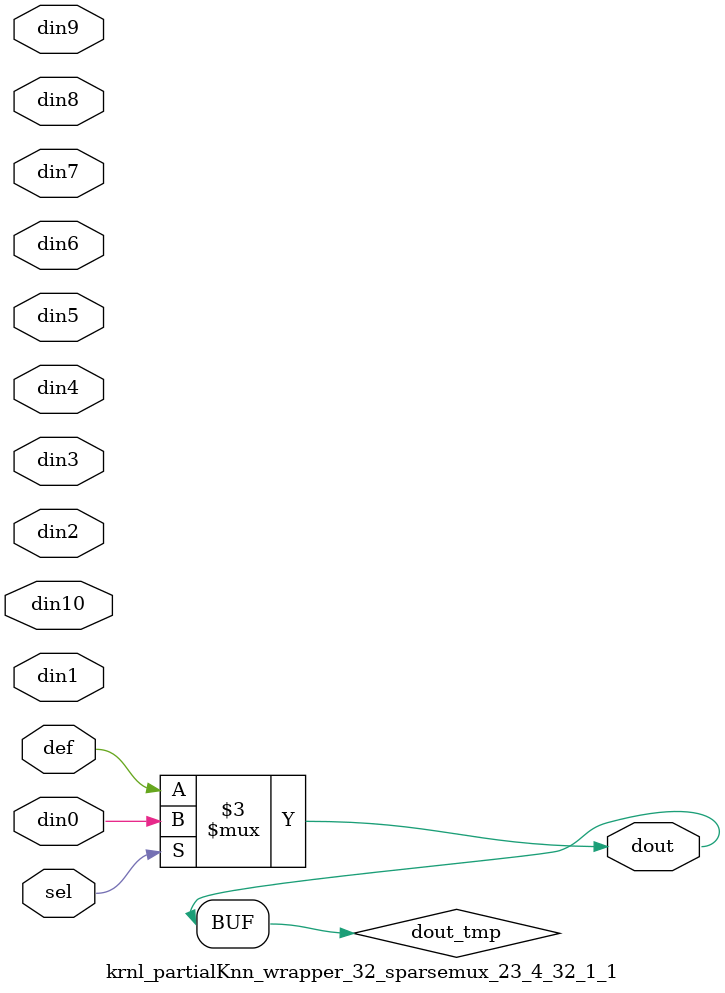
<source format=v>
`timescale 1ns / 1ps

module krnl_partialKnn_wrapper_32_sparsemux_23_4_32_1_1 (din0,din1,din2,din3,din4,din5,din6,din7,din8,din9,din10,def,sel,dout);

parameter din0_WIDTH = 1;

parameter din1_WIDTH = 1;

parameter din2_WIDTH = 1;

parameter din3_WIDTH = 1;

parameter din4_WIDTH = 1;

parameter din5_WIDTH = 1;

parameter din6_WIDTH = 1;

parameter din7_WIDTH = 1;

parameter din8_WIDTH = 1;

parameter din9_WIDTH = 1;

parameter din10_WIDTH = 1;

parameter def_WIDTH = 1;
parameter sel_WIDTH = 1;
parameter dout_WIDTH = 1;

parameter [sel_WIDTH-1:0] CASE0 = 1;

parameter [sel_WIDTH-1:0] CASE1 = 1;

parameter [sel_WIDTH-1:0] CASE2 = 1;

parameter [sel_WIDTH-1:0] CASE3 = 1;

parameter [sel_WIDTH-1:0] CASE4 = 1;

parameter [sel_WIDTH-1:0] CASE5 = 1;

parameter [sel_WIDTH-1:0] CASE6 = 1;

parameter [sel_WIDTH-1:0] CASE7 = 1;

parameter [sel_WIDTH-1:0] CASE8 = 1;

parameter [sel_WIDTH-1:0] CASE9 = 1;

parameter [sel_WIDTH-1:0] CASE10 = 1;

parameter ID = 1;
parameter NUM_STAGE = 1;



input [din0_WIDTH-1:0] din0;

input [din1_WIDTH-1:0] din1;

input [din2_WIDTH-1:0] din2;

input [din3_WIDTH-1:0] din3;

input [din4_WIDTH-1:0] din4;

input [din5_WIDTH-1:0] din5;

input [din6_WIDTH-1:0] din6;

input [din7_WIDTH-1:0] din7;

input [din8_WIDTH-1:0] din8;

input [din9_WIDTH-1:0] din9;

input [din10_WIDTH-1:0] din10;

input [def_WIDTH-1:0] def;
input [sel_WIDTH-1:0] sel;

output [dout_WIDTH-1:0] dout;



reg [dout_WIDTH-1:0] dout_tmp;

always @ (*) begin
case (sel)
    
    CASE0 : dout_tmp = din0;
    
    CASE1 : dout_tmp = din1;
    
    CASE2 : dout_tmp = din2;
    
    CASE3 : dout_tmp = din3;
    
    CASE4 : dout_tmp = din4;
    
    CASE5 : dout_tmp = din5;
    
    CASE6 : dout_tmp = din6;
    
    CASE7 : dout_tmp = din7;
    
    CASE8 : dout_tmp = din8;
    
    CASE9 : dout_tmp = din9;
    
    CASE10 : dout_tmp = din10;
    
    default : dout_tmp = def;
endcase
end


assign dout = dout_tmp;



endmodule

</source>
